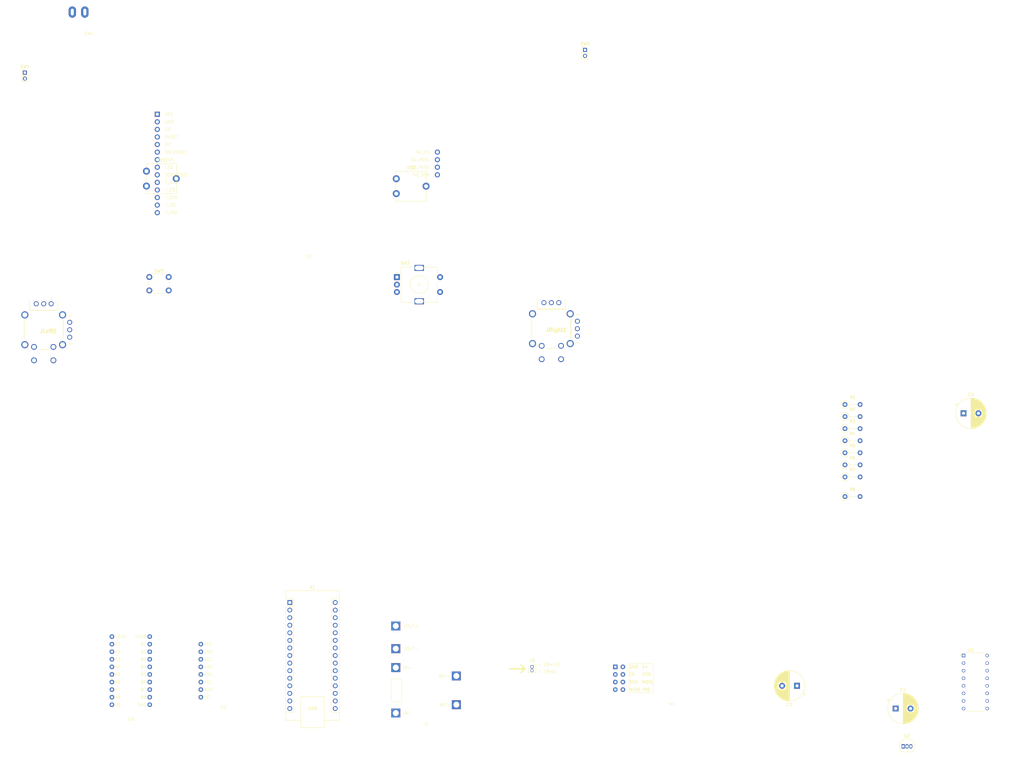
<source format=kicad_pcb>
(kicad_pcb (version 20221018) (generator pcbnew)
  (layers (0 "F.Cu" signal) (31 "B.Cu" signal) (34 "B.Paste" user) (35 "F.Paste" user) (36 "B.SilkS" user "B.Silkscreen") (37 "F.SilkS" user "F.Silkscreen") (38 "B.Mask" user) (39 "F.Mask" user) (44 "Edge.Cuts" user))
  (net 0 "")
  (net 4 "GND")
  (net 5 "/Joy Left Button (D2)")
  (net 6 "/Joy Right Button (D3)")
  (net 7 "/MOSI (D11)")
  (net 8 "/MISO (D12)")
  (net 9 "/SCK (D13)")
  (net 12 "/Joy Left X (A0)")
  (net 13 "/Joy Left Y (A1)")
  (net 14 "/Joy Right X (A2)")
  (net 15 "/Joy Right Y (A3)")
  (net 16 "/Gyro Y (A4 SDA)")
  (net 17 "/Gyro X (A5 SCL)")
  (net 18 "/Pot Left (A6)")
  (net 19 "/Pot Right (A7)")
  (net 20 "/5v")
  (net 23 "/3.3v")
  (net 24 "Net-(S2-SDI(MOSI))")
  (net 25 "Net-(S2-SDO(MISO))")
  (net 26 "Net-(S2-SCK)")
  (net 27 "Net-(S2-CS)")
  (net 28 "Net-(S2-DC)")
  (net 29 "Net-(S2-T_CS)")
  (net 30 "Net-(S2-RESET)")
  (net 40 "Net-(J1-BAT+)")
  (net 58 "Net-(J1-BAT-)")
  (net 59 "Net-(J2-Pin_1)")
  (net 60 "/Shift Register Q7 (D2)")
  (net 61 "/Shift Register PL (D3)")
  (net 62 "/Shift Register CP (D4)")
  (net 63 "/NRF CSN (D5)")
  (net 64 "/NRF CE (D6)")
  (net 65 "/TFT CS (D7)")
  (net 66 "/TFT DC (D8)")
  (net 67 "/Touch Screen CS (D9)")
  (net 68 "/TFT Reset (D10)")
  (net 69 "Net-(U1-D0)")
  (net 70 "Net-(U1-D2)")
  (net 71 "Net-(U1-D1)")
  (net 72 "Net-(U1-D7)")
  (net 73 "Net-(U1-D6)")
  (net 74 "Net-(U1-D5)")
  (footprint "AddedFootprints:DIP794W45P254L1969H508Q16" (layer "F.Cu") (at 374.81 247.65)
    (fp_text reference "U1" (at -1.425 -10.835) (layer "F.SilkS"))
    (fp_text value "SN74HC165N")
    (pad "1" thru_hole rect (at -3.97 -8.89) (size 1.13 1.13) (drill 0.78) (layers "*.Cu" "*.Mask") (net 61 "/Shift Register PL (D3)"))
    (pad "2" thru_hole circle (at -3.97 -6.35) (size 1.13 1.13) (drill 0.78) (layers "*.Cu" "*.Mask") (net 62 "/Shift Register CP (D4)"))
    (pad "3" thru_hole circle (at -3.97 -3.81) (size 1.13 1.13) (drill 0.78) (layers "*.Cu" "*.Mask") (net 6 "/Joy Right Button (D3)"))
    (pad "4" thru_hole circle (at -3.97 -1.27) (size 1.13 1.13) (drill 0.78) (layers "*.Cu" "*.Mask") (net 74 "Net-(U1-D5)"))
    (pad "5" thru_hole circle (at -3.97 1.27) (size 1.13 1.13) (drill 0.78) (layers "*.Cu" "*.Mask") (net 73 "Net-(U1-D6)"))
    (pad "6" thru_hole circle (at -3.97 3.81) (size 1.13 1.13) (drill 0.78) (layers "*.Cu" "*.Mask") (net 72 "Net-(U1-D7)"))
    (pad "7" thru_hole circle (at -3.97 6.35) (size 1.13 1.13) (drill 0.78) (layers "*.Cu" "*.Mask"))
    (pad "8" thru_hole circle (at -3.97 8.89) (size 1.13 1.13) (drill 0.78) (layers "*.Cu" "*.Mask") (net 4 "GND"))
    (pad "9" thru_hole circle (at 3.97 8.89) (size 1.13 1.13) (drill 0.78) (layers "*.Cu" "*.Mask") (net 60 "/Shift Register Q7 (D2)"))
    (pad "10" thru_hole circle (at 3.97 6.35) (size 1.13 1.13) (drill 0.78) (layers "*.Cu" "*.Mask") (net 4 "GND"))
    (pad "11" thru_hole circle (at 3.97 3.81) (size 1.13 1.13) (drill 0.78) (layers "*.Cu" "*.Mask") (net 69 "Net-(U1-D0)"))
    (pad "12" thru_hole circle (at 3.97 1.27) (size 1.13 1.13) (drill 0.78) (layers "*.Cu" "*.Mask") (net 71 "Net-(U1-D1)"))
    (pad "13" thru_hole circle (at 3.97 -1.27) (size 1.13 1.13) (drill 0.78) (layers "*.Cu" "*.Mask") (net 70 "Net-(U1-D2)"))
    (pad "14" thru_hole circle (at 3.97 -3.81) (size 1.13 1.13) (drill 0.78) (layers "*.Cu" "*.Mask") (net 5 "/Joy Left Button (D2)"))
    (pad "15" thru_hole circle (at 3.97 -6.35) (size 1.13 1.13) (drill 0.78) (layers "*.Cu" "*.Mask") (net 4 "GND"))
    (pad "16" thru_hole circle (at 3.97 -8.89) (size 1.13 1.13) (drill 0.78) (layers "*.Cu" "*.Mask") (net 20 "/5v"))
  )
  (footprint "Capacitor_THT:CP_Radial_D10.0mm_P5.00mm" (layer "F.Cu") (at 370.84 157.48)
    (fp_text reference "C3" (at 2.5 -6.25) (layer "F.SilkS"))
    (fp_text value "C 0.1u")
    (pad "1" thru_hole rect (at 0 0) (size 2 2) (drill 1) (layers "*.Cu" "*.Mask") (net 20 "/5v"))
    (pad "2" thru_hole circle (at 5 0) (size 2 2) (drill 1) (layers "*.Cu" "*.Mask") (net 4 "GND"))
  )
  (footprint "Resistor_THT:R_Axial_DIN0207_L6.3mm_D2.5mm_P5.08mm_Vertical" (layer "F.Cu") (at 331.06 178.84)
    (fp_text reference "R7" (at 2.54 -2.37) (layer "F.SilkS"))
    (fp_text value "R 10k")
    (pad "1" thru_hole circle (at 0 0) (size 1.6 1.6) (drill 0.8) (layers "*.Cu" "*.Mask") (net 4 "GND"))
    (pad "2" thru_hole oval (at 5.08 0) (size 1.6 1.6) (drill 0.8) (layers "*.Cu" "*.Mask") (net 6 "/Joy Right Button (D3)"))
  )
  (footprint "AddedFootprints:HW-221 Level Shifter" (layer "F.Cu") (at 85.09 232.41)
    (fp_text reference "U3" (at 6.35 27.71 unlocked) (layer "F.SilkS") (effects (font (thickness 0.1))))
    (fp_text value "Level Shifter TXS0108EPW")
    (fp_text user "B2" (at 11.684 5.08 unlocked) (layer "F.SilkS") (effects (font (thickness 0.1)) (justify right)))
    (fp_text user "A2" (at 1.016 5.08 unlocked) (layer "F.SilkS") (effects (font (thickness 0.1)) (justify left)))
    (fp_text user "B4" (at 11.684 10.16 unlocked) (layer "F.SilkS") (effects (font (thickness 0.1)) (justify right)))
    (fp_text user "A1" (at 1.016 2.54 unlocked) (layer "F.SilkS") (effects (font (thickness 0.1)) (justify left)))
    (fp_text user "B1" (at 11.684 2.54 unlocked) (layer "F.SilkS") (effects (font (thickness 0.1)) (justify right)))
    (fp_text user "A7" (at 1.016 17.78 unlocked) (layer "F.SilkS") (effects (font (thickness 0.1)) (justify left)))
    (fp_text user "A5" (at 1.016 12.7 unlocked) (layer "F.SilkS") (effects (font (thickness 0.1)) (justify left)))
    (fp_text user "B8" (at 11.684 20.32 unlocked) (layer "F.SilkS") (effects (font (thickness 0.1)) (justify right)))
    (fp_text user "VCCB" (at 11.684 0 unlocked) (layer "F.SilkS") (effects (font (thickness 0.1)) (justify right)))
    (fp_text user "B6" (at 11.684 15.24 unlocked) (layer "F.SilkS") (effects (font (thickness 0.1)) (justify right)))
    (fp_text user "GND" (at 11.684 22.86 unlocked) (layer "F.SilkS") (effects (font (thickness 0.1)) (justify right)))
    (fp_text user "A3" (at 1.016 7.62 unlocked) (layer "F.SilkS") (effects (font (thickness 0.1)) (justify left)))
    (fp_text user "A4" (at 1.016 10.16 unlocked) (layer "F.SilkS") (effects (font (thickness 0.1)) (justify left)))
    (fp_text user "B7" (at 11.684 17.78 unlocked) (layer "F.SilkS") (effects (font (thickness 0.1)) (justify right)))
    (fp_text user "A8" (at 1.016 20.32 unlocked) (layer "F.SilkS") (effects (font (thickness 0.1)) (justify left)))
    (fp_text user "VCCA" (at 1.016 0 unlocked) (layer "F.SilkS") (effects (font (thickness 0.1)) (justify left)))
    (fp_text user "B3" (at 11.684 7.62 unlocked) (layer "F.SilkS") (effects (font (thickness 0.1)) (justify right)))
    (fp_text user "A6" (at 1.016 15.24 unlocked) (layer "F.SilkS") (effects (font (thickness 0.1)) (justify left)))
    (fp_text user "B5" (at 11.684 12.7 unlocked) (layer "F.SilkS") (effects (font (thickness 0.1)) (justify right)))
    (fp_text user "OE" (at 1.016 22.86 unlocked) (layer "F.SilkS") (effects (font (thickness 0.1)) (justify left)))
    (pad "1" thru_hole circle (at 0 0) (size 1.524 1.524) (drill 0.762) (layers "*.Cu" "*.Mask") (net 23 "/3.3v"))
    (pad "2" thru_hole circle (at 0 2.54) (size 1.524 1.524) (drill 0.762) (layers "*.Cu" "*.Mask") (net 24 "Net-(S2-SDI(MOSI))"))
    (pad "3" thru_hole circle (at 0 5.08) (size 1.524 1.524) (drill 0.762) (layers "*.Cu" "*.Mask") (net 25 "Net-(S2-SDO(MISO))"))
    (pad "4" thru_hole circle (at 0 7.62) (size 1.524 1.524) (drill 0.762) (layers "*.Cu" "*.Mask") (net 26 "Net-(S2-SCK)"))
    (pad "5" thru_hole circle (at 0 10.16) (size 1.524 1.524) (drill 0.762) (layers "*.Cu" "*.Mask") (net 27 "Net-(S2-CS)"))
    (pad "6" thru_hole circle (at 0 12.7) (size 1.524 1.524) (drill 0.762) (layers "*.Cu" "*.Mask") (net 28 "Net-(S2-DC)"))
    (pad "7" thru_hole circle (at 0 15.24) (size 1.524 1.524) (drill 0.762) (layers "*.Cu" "*.Mask") (net 29 "Net-(S2-T_CS)"))
    (pad "8" thru_hole circle (at 0 17.78) (size 1.524 1.524) (drill 0.762) (layers "*.Cu" "*.Mask") (net 30 "Net-(S2-RESET)"))
    (pad "9" thru_hole circle (at 0 20.32) (size 1.524 1.524) (drill 0.762) (layers "*.Cu" "*.Mask"))
    (pad "10" thru_hole circle (at 0 22.86) (size 1.524 1.524) (drill 0.762) (layers "*.Cu" "*.Mask") (net 23 "/3.3v"))
    (pad "11" thru_hole circle (at 12.7 22.86) (size 1.524 1.524) (drill 0.762) (layers "*.Cu" "*.Mask") (net 4 "GND"))
    (pad "12" thru_hole circle (at 12.7 20.32) (size 1.524 1.524) (drill 0.762) (layers "*.Cu" "*.Mask"))
    (pad "13" thru_hole circle (at 12.7 17.78) (size 1.524 1.524) (drill 0.762) (layers "*.Cu" "*.Mask") (net 68 "/TFT Reset (D10)"))
    (pad "14" thru_hole circle (at 12.7 15.24) (size 1.524 1.524) (drill 0.762) (layers "*.Cu" "*.Mask") (net 67 "/Touch Screen CS (D9)"))
    (pad "15" thru_hole circle (at 12.7 12.7) (size 1.524 1.524) (drill 0.762) (layers "*.Cu" "*.Mask") (net 66 "/TFT DC (D8)"))
    (pad "16" thru_hole circle (at 12.7 10.16) (size 1.524 1.524) (drill 0.762) (layers "*.Cu" "*.Mask") (net 65 "/TFT CS (D7)"))
    (pad "17" thru_hole circle (at 12.7 7.62) (size 1.524 1.524) (drill 0.762) (layers "*.Cu" "*.Mask") (net 9 "/SCK (D13)"))
    (pad "18" thru_hole circle (at 12.7 5.08) (size 1.524 1.524) (drill 0.762) (layers "*.Cu" "*.Mask") (net 8 "/MISO (D12)"))
    (pad "19" thru_hole circle (at 12.7 2.54) (size 1.524 1.524) (drill 0.762) (layers "*.Cu" "*.Mask") (net 7 "/MOSI (D11)"))
    (pad "20" thru_hole circle (at 12.7 0) (size 1.524 1.524) (drill 0.762) (layers "*.Cu" "*.Mask") (net 20 "/5v"))
  )
  (footprint "AddedFootprints:J5019 Charger" (layer "F.Cu") (at 180.34 228.844)
    (fp_text reference "J1" (at 10.16 33.02 unlocked) (layer "F.SilkS") (effects (font (thickness 0.1))))
    (fp_text value "J5019 Charger")
    (fp_text user "BAT-" (at 18.556416 26.483583 unlocked) (layer "F.SilkS") (effects (font (thickness 0.1)) (justify right)))
    (fp_text user "IN-" (at 2.464624 29.255375 unlocked) (layer "F.SilkS") (effects (font (thickness 0.1)) (justify left)))
    (fp_text user "VOUT+" (at 2.54 0 unlocked) (layer "F.SilkS") (effects (font (thickness 0.1)) (justify left)))
    (fp_text user "BAT+" (at 18.325433 16.782312 unlocked) (layer "F.SilkS") (effects (font (thickness 0.1)) (justify right)))
    (fp_text user "VOUT-" (at 2.54 7.62 unlocked) (layer "F.SilkS") (effects (font (thickness 0.1)) (justify left)))
    (fp_text user "IN+" (at 2.38763 14.01052 unlocked) (layer "F.SilkS") (effects (font (thickness 0.1)) (justify left)))
    (pad "1" thru_hole rect (at 0 0) (size 3 3) (drill 2) (layers "*.Cu" "*.Mask") (net 20 "/5v"))
    (pad "2" thru_hole rect (at 0 7.62) (size 3 3) (drill 2) (layers "*.Cu" "*.Mask") (net 4 "GND"))
    (pad "3" thru_hole rect (at 0 13.97) (size 3 3) (drill 2) (layers "*.Cu" "*.Mask"))
    (pad "4" thru_hole rect (at 0 29.21) (size 3 3) (drill 2) (layers "*.Cu" "*.Mask"))
    (pad "5" thru_hole rect (at 20.32 26.416) (size 3 3) (drill 2) (layers "*.Cu" "*.Mask") (net 40 "Net-(J1-BAT+)"))
    (pad "6" thru_hole rect (at 20.32 16.764) (size 3 3) (drill 2) (layers "*.Cu" "*.Mask") (net 58 "Net-(J1-BAT-)"))
  )
  (footprint "AddedFootprints:THB001P" (layer "F.Cu") (at 64.705 120.73)
    (fp_text reference "JLeft1" (at -0.937 9.175) (layer "F.SilkS") (effects (font (size 1.27 1.27) (thickness 0.254))))
    (fp_text value "THB001P Joy Left" hide)
    (pad "1" thru_hole circle (at 0 0) (size 1.65 1.65) (drill 1.1) (layers "*.Cu" "*.Mask") (net 20 "/5v"))
    (pad "2" thru_hole circle (at -2.5 0) (size 1.65 1.65) (drill 1.1) (layers "*.Cu" "*.Mask") (net 12 "/Joy Left X (A0)"))
    (pad "3" thru_hole circle (at -5 0) (size 1.65 1.65) (drill 1.1) (layers "*.Cu" "*.Mask") (net 4 "GND"))
    (pad "11" thru_hole circle (at 6.23 11.23) (size 1.65 1.65) (drill 1.1) (layers "*.Cu" "*.Mask") (net 20 "/5v"))
    (pad "12" thru_hole circle (at 6.23 8.73) (size 1.65 1.65) (drill 1.1) (layers "*.Cu" "*.Mask") (net 13 "/Joy Left Y (A1)"))
    (pad "13" thru_hole circle (at 6.23 6.23) (size 1.65 1.65) (drill 1.1) (layers "*.Cu" "*.Mask") (net 4 "GND"))
    (pad "A1" thru_hole circle (at -5.75 14.48) (size 1.95 1.95) (drill 1.3) (layers "*.Cu" "*.Mask") (net 5 "/Joy Left Button (D2)"))
    (pad "B1" thru_hole circle (at 0.75 14.48) (size 1.95 1.95) (drill 1.3) (layers "*.Cu" "*.Mask"))
    (pad "C1" thru_hole circle (at -5.75 18.98) (size 1.95 1.95) (drill 1.3) (layers "*.Cu" "*.Mask") (net 4 "GND"))
    (pad "D1" thru_hole circle (at 0.75 18.98) (size 1.95 1.95) (drill 1.3) (layers "*.Cu" "*.Mask"))
    (pad "MH1" thru_hole circle (at 3.825 3.73) (size 2.4 2.4) (drill 1.6) (layers "*.Cu" "*.Mask"))
    (pad "MH2" thru_hole circle (at -8.825 3.73) (size 2.4 2.4) (drill 1.6) (layers "*.Cu" "*.Mask"))
    (pad "MH3" thru_hole circle (at -8.825 13.73) (size 2.4 2.4) (drill 1.6) (layers "*.Cu" "*.Mask"))
    (pad "MH4" thru_hole circle (at 3.825 13.73) (size 2.4 2.4) (drill 1.6) (layers "*.Cu" "*.Mask"))
  )
  (footprint "Resistor_THT:R_Axial_DIN0207_L6.3mm_D2.5mm_P5.08mm_Vertical" (layer "F.Cu") (at 331.06 162.64)
    (fp_text reference "R3" (at 2.54 -2.37) (layer "F.SilkS"))
    (fp_text value "R 10k")
    (pad "1" thru_hole circle (at 0 0) (size 1.6 1.6) (drill 0.8) (layers "*.Cu" "*.Mask") (net 20 "/5v"))
    (pad "2" thru_hole oval (at 5.08 0) (size 1.6 1.6) (drill 0.8) (layers "*.Cu" "*.Mask") (net 71 "Net-(U1-D1)"))
  )
  (footprint "Capacitor_THT:CP_Radial_D10.0mm_P5.00mm" (layer "F.Cu") (at 314.96 248.92 180)
    (fp_text reference "C1" (at 2.5 -6.25) (layer "F.SilkS"))
    (fp_text value "C 10uf")
    (pad "1" thru_hole rect (at 0 0 180) (size 2 2) (drill 1) (layers "*.Cu" "*.Mask") (net 23 "/3.3v"))
    (pad "2" thru_hole circle (at 5 0 180) (size 2 2) (drill 1) (layers "*.Cu" "*.Mask") (net 4 "GND"))
  )
  (footprint "Potentiometer_THT:Potentiometer_ACP_CA9-V10_Vertical" (layer "F.Cu") (at 180.5 83.78)
    (fp_text reference "RV2" (at 5 -8.65) (layer "F.SilkS"))
    (fp_text value "R_Potentiometer")
    (pad "1" thru_hole circle (at 0 0) (size 2.34 2.34) (drill 1.3) (layers "*.Cu" "*.Mask") (net 4 "GND"))
    (pad "2" thru_hole circle (at 10 -2.5) (size 2.34 2.34) (drill 1.3) (layers "*.Cu" "*.Mask") (net 18 "/Pot Left (A6)"))
    (pad "3" thru_hole circle (at 0 -5) (size 2.34 2.34) (drill 1.3) (layers "*.Cu" "*.Mask") (net 20 "/5v"))
  )
  (footprint "Resistor_THT:R_Axial_DIN0207_L6.3mm_D2.5mm_P5.08mm_Vertical" (layer "F.Cu") (at 331.06 154.54)
    (fp_text reference "R1" (at 2.54 -2.37) (layer "F.SilkS"))
    (fp_text value "R 10k")
    (pad "1" thru_hole circle (at 0 0) (size 1.6 1.6) (drill 0.8) (layers "*.Cu" "*.Mask") (net 69 "Net-(U1-D0)"))
    (pad "2" thru_hole oval (at 5.08 0) (size 1.6 1.6) (drill 0.8) (layers "*.Cu" "*.Mask") (net 4 "GND"))
  )
  (footprint "AddedFootprints:MPU6050 Gyroscope" (layer "F.Cu") (at 114.935 234.95)
    (fp_text reference "G1" (at 7.62 21.13 unlocked) (layer "F.SilkS") (effects (font (thickness 0.1))))
    (fp_text value "MPU6050 Gyroscope")
    (fp_text user "SDA" (at 1.016 7.62 unlocked) (layer "F.SilkS") (effects (font (thickness 0.1)) (justify left)))
    (fp_text user "XDA" (at 1.016 10.16 unlocked) (layer "F.SilkS") (effects (font (thickness 0.1)) (justify left)))
    (fp_text user "INT" (at 1.016 17.78 unlocked) (layer "F.SilkS") (effects (font (thickness 0.1)) (justify left)))
    (fp_text user "SCL" (at 1.016 5.08 unlocked) (layer "F.SilkS") (effects (font (thickness 0.1)) (justify left)))
    (fp_text user "ADO" (at 1.016 15.24 unlocked) (layer "F.SilkS") (effects (font (thickness 0.1)) (justify left)))
    (fp_text user "VCC" (at 1.016 0 unlocked) (layer "F.SilkS") (effects (font (thickness 0.1)) (justify left)))
    (fp_text user "GND" (at 1.016 2.54 unlocked) (layer "F.SilkS") (effects (font (thickness 0.1)) (justify left)))
    (fp_text user "XCL" (at 1.016 12.7 unlocked) (layer "F.SilkS") (effects (font (thickness 0.1)) (justify left)))
    (pad "1" thru_hole circle (at 0 0) (size 1.524 1.524) (drill 0.762) (layers "*.Cu" "*.Mask") (net 20 "/5v"))
    (pad "2" thru_hole circle (at 0 2.54) (size 1.524 1.524) (drill 0.762) (layers "*.Cu" "*.Mask") (net 4 "GND"))
    (pad "3" thru_hole circle (at 0 5.08) (size 1.524 1.524) (drill 0.762) (layers "*.Cu" "*.Mask") (net 17 "/Gyro X (A5 SCL)"))
    (pad "4" thru_hole circle (at 0 7.62) (size 1.524 1.524) (drill 0.762) (layers "*.Cu" "*.Mask") (net 16 "/Gyro Y (A4 SDA)"))
    (pad "5" thru_hole circle (at 0 10.16) (size 1.524 1.524) (drill 0.762) (layers "*.Cu" "*.Mask"))
    (pad "6" thru_hole circle (at 0 12.7) (size 1.524 1.524) (drill 0.762) (layers "*.Cu" "*.Mask"))
    (pad "7" thru_hole circle (at 0 15.24) (size 1.524 1.524) (drill 0.762) (layers "*.Cu" "*.Mask"))
    (pad "8" thru_hole circle (at 0 17.78) (size 1.524 1.524) (drill 0.762) (layers "*.Cu" "*.Mask"))
  )
  (footprint "Package_TO_SOT_THT:TO-92_Inline" (layer "F.Cu") (at 350.6 269.24)
    (fp_text reference "U2" (at 1.27 -3.56) (layer "F.SilkS"))
    (fp_text value "HT7333-3.3_TO92")
    (pad "1" thru_hole rect (at 0 0) (size 1.05 1.5) (drill 0.75) (layers "*.Cu" "*.Mask") (net 23 "/3.3v"))
    (pad "2" thru_hole oval (at 1.27 0) (size 1.05 1.5) (drill 0.75) (layers "*.Cu" "*.Mask") (net 4 "GND"))
    (pad "3" thru_hole oval (at 2.54 0) (size 1.05 1.5) (drill 0.75) (layers "*.Cu" "*.Mask") (net 20 "/5v"))
  )
  (footprint "Capacitor_THT:CP_Radial_D10.0mm_P5.00mm" (layer "F.Cu") (at 348.06 256.54)
    (fp_text reference "C2" (at 2.5 -6.25) (layer "F.SilkS"))
    (fp_text value "C 10uf")
    (pad "1" thru_hole rect (at 0 0) (size 2 2) (drill 1) (layers "*.Cu" "*.Mask") (net 23 "/3.3v"))
    (pad "2" thru_hole circle (at 5 0) (size 2 2) (drill 1) (layers "*.Cu" "*.Mask") (net 4 "GND"))
  )
  (footprint "AddedFootprints:3.5 Inch Screen SPI_Module_ILI9488" (layer "F.Cu") (at 100.32 57.15)
    (fp_text reference "S2" (at 50.8 47.8 unlocked) (layer "F.SilkS") (effects (font (thickness 0.1))))
    (fp_text value "Screen ILI9341")
    (fp_text user "SD_CS" (at 91.44 12.7 unlocked) (layer "F.SilkS") (effects (font (thickness 0.1)) (justify right)))
    (fp_text user "LED" (at 2.54 17.78 unlocked) (layer "F.SilkS") (effects (font (thickness 0.1)) (justify left)))
    (fp_text user "SDO(MISO)" (at 2.54 20.32 unlocked) (layer "F.SilkS") (effects (font (thickness 0.1)) (justify left)))
    (fp_text user "T_CLK" (at 2.54 22.86 unlocked) (layer "F.SilkS") (effects (font (thickness 0.1)) (justify left)))
    (fp_text user "T_DO" (at 2.54 30.48 unlocked) (layer "F.SilkS") (effects (font (thickness 0.1)) (justify left)))
    (fp_text user "SDI(MOSI)" (at 2.54 12.7 unlocked) (layer "F.SilkS") (effects (font (thickness 0.1)) (justify left)))
    (fp_text user "SD_MISO" (at 91.44 17.78 unlocked) (layer "F.SilkS") (effects (font (thickness 0.1)) (justify right)))
    (fp_text user "SD_SCK" (at 91.44 20.32 unlocked) (layer "F.SilkS") (effects (font (thickness 0.1)) (justify right)))
    (fp_text user "VCC" (at 2.54 0 unlocked) (layer "F.SilkS") (effects (font (thickness 0.1)) (justify left)))
    (fp_text user "SCK" (at 2.54 15.24 unlocked) (layer "F.SilkS") (effects (font (thickness 0.1)) (justify left)))
    (fp_text user "DC" (at 2.54 10.16 unlocked) (layer "F.SilkS") (effects (font (thickness 0.1)) (justify left)))
    (fp_text user "CS" (at 2.54 5.08 unlocked) (layer "F.SilkS") (effects (font (thickness 0.1)) (justify left)))
    (fp_text user "T_DIN" (at 2.54 27.94 unlocked) (layer "F.SilkS") (effects (font (thickness 0.1)) (justify left)))
    (fp_text user "T_IRQ" (at 2.54 33.02 unlocked) (layer "F.SilkS") (effects (font (thickness 0.1)) (justify left)))
    (fp_text user "RESET" (at 2.54 7.62 unlocked) (layer "F.SilkS") (effects (font (thickness 0.1)) (justify left)))
    (fp_text user "SD_MOSI" (at 91.44 15.24 unlocked) (layer "F.SilkS") (effects (font (thickness 0.1)) (justify right)))
    (fp_text user "GND" (at 2.54 2.54 unlocked) (layer "F.SilkS") (effects (font (thickness 0.1)) (justify left)))
    (fp_text user "T_CS" (at 2.54 25.4 unlocked) (layer "F.SilkS") (effects (font (thickness 0.1)) (justify left)))
    (pad "1" thru_hole rect (at 0 0) (size 1.7 1.7) (drill 1) (layers "*.Cu" "*.Mask") (net 20 "/5v"))
    (pad "2" thru_hole circle (at 0 2.54) (size 1.7 1.7) (drill 1) (layers "*.Cu" "*.Mask") (net 4 "GND"))
    (pad "3" thru_hole circle (at 0 5.08) (size 1.7 1.7) (drill 1) (layers "*.Cu" "*.Mask") (net 27 "Net-(S2-CS)"))
    (pad "4" thru_hole circle (at 0 7.62) (size 1.7 1.7) (drill 1) (layers "*.Cu" "*.Mask") (net 30 "Net-(S2-RESET)"))
    (pad "5" thru_hole circle (at 0 10.16) (size 1.7 1.7) (drill 1) (layers "*.Cu" "*.Mask") (net 28 "Net-(S2-DC)"))
    (pad "6" thru_hole circle (at 0 12.7) (size 1.7 1.7) (drill 1) (layers "*.Cu" "*.Mask") (net 24 "Net-(S2-SDI(MOSI))"))
    (pad "7" thru_hole circle (at 0 15.24) (size 1.7 1.7) (drill 1) (layers "*.Cu" "*.Mask") (net 26 "Net-(S2-SCK)"))
    (pad "8" thru_hole circle (at 0 17.78) (size 1.7 1.7) (drill 1) (layers "*.Cu" "*.Mask") (net 20 "/5v"))
    (pad "9" thru_hole circle (at 0 20.32) (size 1.7 1.7) (drill 1) (layers "*.Cu" "*.Mask") (net 25 "Net-(S2-SDO(MISO))"))
    (pad "10" thru_hole circle (at 0 22.86) (size 1.7 1.7) (drill 1) (layers "*.Cu" "*.Mask") (net 26 "Net-(S2-SCK)"))
    (pad "11" thru_hole circle (at 0 25.4) (size 1.7 1.7) (drill 1) (layers "*.Cu" "*.Mask") (net 29 "Net-(S2-T_CS)"))
    (pad "12" thru_hole circle (at 0 27.94) (size 1.7 1.7) (drill 1) (layers "*.Cu" "*.Mask") (net 24 "Net-(S2-SDI(MOSI))"))
    (pad "13" thru_hole circle (at 0 30.48) (size 1.7 1.7) (drill 1) (layers "*.Cu" "*.Mask") (net 25 "Net-(S2-SDO(MISO))"))
    (pad "14" thru_hole circle (at 0 33.02) (size 1.7 1.7) (drill 1) (layers "*.Cu" "*.Mask"))
    (pad "15" thru_hole circle (at 93.98 12.7) (size 1.7 1.7) (drill 1) (layers "*.Cu" "*.Mask"))
    (pad "16" thru_hole circle (at 93.98 15.24) (size 1.7 1.7) (drill 1) (layers "*.Cu" "*.Mask"))
    (pad "17" thru_hole circle (at 93.98 17.78) (size 1.7 1.7) (drill 1) (layers "*.Cu" "*.Mask"))
    (pad "18" thru_hole circle (at 93.98 20.32) (size 1.7 1.7) (drill 1) (layers "*.Cu" "*.Mask"))
  )
  (footprint "Connector_PinHeader_2.00mm:PinHeader_1x02_P2.00mm_Vertical" (layer "F.Cu") (at 243.84 35.56)
    (fp_text reference "SW5" (at 0 -2.06) (layer "F.SilkS"))
    (fp_text value "SW_Push Right Bumper")
    (pad "1" thru_hole rect (at 0 0) (size 1.35 1.35) (drill 0.8) (layers "*.Cu" "*.Mask") (net 20 "/5v"))
    (pad "2" thru_hole oval (at 0 2) (size 1.35 1.35) (drill 0.8) (layers "*.Cu" "*.Mask") (net 72 "Net-(U1-D7)"))
  )
  (footprint "Rotary_Encoder:RotaryEncoder_Alps_EC11E-Switch_Vertical_H20mm" (layer "F.Cu") (at 180.71 111.8)
    (fp_text reference "SW2" (at 2.8 -4.7) (layer "F.SilkS"))
    (fp_text value "RotaryEncoder_Switch")
    (pad "A" thru_hole rect (at 0 0) (size 2 2) (drill 1) (layers "*.Cu" "*.Mask") (net 70 "Net-(U1-D2)"))
    (pad "B" thru_hole circle (at 0 5) (size 2 2) (drill 1) (layers "*.Cu" "*.Mask") (net 71 "Net-(U1-D1)"))
    (pad "C" thru_hole circle (at 0 2.5) (size 2 2) (drill 1) (layers "*.Cu" "*.Mask") (net 4 "GND"))
    (pad "MP" thru_hole rect (at 7.5 -3.1) (size 3.2 2) (drill oval 2.8 1.5) (layers "*.Cu" "*.Mask"))
    (pad "MP" thru_hole rect (at 7.5 8.1) (size 3.2 2) (drill oval 2.8 1.5) (layers "*.Cu" "*.Mask"))
    (pad "S1" thru_hole circle (at 14.5 5) (size 2 2) (drill 1) (layers "*.Cu" "*.Mask") (net 69 "Net-(U1-D0)"))
    (pad "S2" thru_hole circle (at 14.5 0) (size 2 2) (drill 1) (layers "*.Cu" "*.Mask") (net 20 "/5v"))
  )
  (footprint "AddedFootprints:SPST Mini Toggle Switch 2 Pin 2 Position" (layer "F.Cu") (at 69.8 22.86)
    (fp_text reference "SW1" (at 7.62 7.16 unlocked) (layer "F.SilkS") (effects (font (thickness 0.1))))
    (fp_text value "SW_DIP_x01")
    (pad "1" thru_hole roundrect (at 2 0 90) (size 3.8 2.5) (drill oval 2.3 1) (layers "*.Cu" "*.Mask") (roundrect_rratio 0.5) (net 40 "Net-(J1-BAT+)"))
    (pad "2" thru_hole roundrect (at 6.2 0 90) (size 3.8 2.5) (drill oval 2.3 1) (layers "*.Cu" "*.Mask") (roundrect_rratio 0.5) (net 59 "Net-(J2-Pin_1)"))
  )
  (footprint "AddedFootprints:THB001P" (layer "F.Cu") (at 235.0425 120.365)
    (fp_text reference "JRight1" (at -0.937 9.175) (layer "F.SilkS") (effects (font (size 1.27 1.27) (thickness 0.254))))
    (fp_text value "THB001P Joy Right" hide)
    (pad "1" thru_hole circle (at 0 0) (size 1.65 1.65) (drill 1.1) (layers "*.Cu" "*.Mask") (net 20 "/5v"))
    (pad "2" thru_hole circle (at -2.5 0) (size 1.65 1.65) (drill 1.1) (layers "*.Cu" "*.Mask") (net 14 "/Joy Right X (A2)"))
    (pad "3" thru_hole circle (at -5 0) (size 1.65 1.65) (drill 1.1) (layers "*.Cu" "*.Mask") (net 4 "GND"))
    (pad "11" thru_hole circle (at 6.23 11.23) (size 1.65 1.65) (drill 1.1) (layers "*.Cu" "*.Mask") (net 20 "/5v"))
    (pad "12" thru_hole circle (at 6.23 8.73) (size 1.65 1.65) (drill 1.1) (layers "*.Cu" "*.Mask") (net 15 "/Joy Right Y (A3)"))
    (pad "13" thru_hole circle (at 6.23 6.23) (size 1.65 1.65) (drill 1.1) (layers "*.Cu" "*.Mask") (net 4 "GND"))
    (pad "A1" thru_hole circle (at -5.75 14.48) (size 1.95 1.95) (drill 1.3) (layers "*.Cu" "*.Mask") (net 6 "/Joy Right Button (D3)"))
    (pad "B1" thru_hole circle (at 0.75 14.48) (size 1.95 1.95) (drill 1.3) (layers "*.Cu" "*.Mask"))
    (pad "C1" thru_hole circle (at -5.75 18.98) (size 1.95 1.95) (drill 1.3) (layers "*.Cu" "*.Mask") (net 4 "GND"))
    (pad "D1" thru_hole circle (at 0.75 18.98) (size 1.95 1.95) (drill 1.3) (layers "*.Cu" "*.Mask"))
    (pad "MH1" thru_hole circle (at 3.825 3.73) (size 2.4 2.4) (drill 1.6) (layers "*.Cu" "*.Mask"))
    (pad "MH2" thru_hole circle (at -8.825 3.73) (size 2.4 2.4) (drill 1.6) (layers "*.Cu" "*.Mask"))
    (pad "MH3" thru_hole circle (at -8.825 13.73) (size 2.4 2.4) (drill 1.6) (layers "*.Cu" "*.Mask"))
    (pad "MH4" thru_hole circle (at 3.825 13.73) (size 2.4 2.4) (drill 1.6) (layers "*.Cu" "*.Mask"))
  )
  (footprint "Resistor_THT:R_Axial_DIN0207_L6.3mm_D2.5mm_P5.08mm_Vertical" (layer "F.Cu") (at 331.06 174.79)
    (fp_text reference "R6" (at 2.54 -2.37) (layer "F.SilkS"))
    (fp_text value "R 10k")
    (pad "1" thru_hole circle (at 0 0) (size 1.6 1.6) (drill 0.8) (layers "*.Cu" "*.Mask") (net 4 "GND"))
    (pad "2" thru_hole oval (at 5.08 0) (size 1.6 1.6) (drill 0.8) (layers "*.Cu" "*.Mask") (net 74 "Net-(U1-D5)"))
  )
  (footprint "Button_Switch_THT:SW_PUSH_6mm" (layer "F.Cu") (at 97.64 111.76)
    (fp_text reference "SW3" (at 3.25 -2) (layer "F.SilkS"))
    (fp_text value "SW_Push_Dual UI Back Button")
    (pad "1" thru_hole circle (at 0 0 90) (size 2 2) (drill 1.1) (layers "*.Cu" "*.Mask") (net 20 "/5v"))
    (pad "1" thru_hole circle (at 6.5 0 90) (size 2 2) (drill 1.1) (layers "*.Cu" "*.Mask") (net 20 "/5v"))
    (pad "2" thru_hole circle (at 0 4.5 90) (size 2 2) (drill 1.1) (layers "*.Cu" "*.Mask") (net 74 "Net-(U1-D5)"))
    (pad "2" thru_hole circle (at 6.5 4.5 90) (size 2 2) (drill 1.1) (layers "*.Cu" "*.Mask") (net 74 "Net-(U1-D5)"))
  )
  (footprint "Resistor_THT:R_Axial_DIN0207_L6.3mm_D2.5mm_P5.08mm_Vertical" (layer "F.Cu") (at 331.06 170.74)
    (fp_text reference "R5" (at 2.54 -2.37) (layer "F.SilkS"))
    (fp_text value "R 10k")
    (pad "1" thru_hole circle (at 0 0) (size 1.6 1.6) (drill 0.8) (layers "*.Cu" "*.Mask") (net 4 "GND"))
    (pad "2" thru_hole oval (at 5.08 0) (size 1.6 1.6) (drill 0.8) (layers "*.Cu" "*.Mask") (net 73 "Net-(U1-D6)"))
  )
  (footprint "AddedFootprints:NRF24L01+ Antenna" (layer "F.Cu") (at 254 242.57)
    (fp_text reference "N1" (at 19.05 12.47 unlocked) (layer "F.SilkS") (effects (font (thickness 0.1))))
    (fp_text value "NRF24L01")
    (fp_text user "CSN" (at 8.89 2.54 unlocked) (layer "F.SilkS") (effects (justify left)))
    (fp_text user "MISO" (at 4.572 7.62 unlocked) (layer "F.SilkS") (effects (justify left)))
    (fp_text user "SCK" (at 4.572 5.08 unlocked) (layer "F.SilkS") (effects (justify left)))
    (fp_text user "V+" (at 8.89 0 unlocked) (layer "F.SilkS") (effects (justify left)))
    (fp_text user "IRQ" (at 8.89 7.62 unlocked) (layer "F.SilkS") (effects (justify left)))
    (fp_text user "MOSI" (at 8.89 5.08 unlocked) (layer "F.SilkS") (effects (justify left)))
    (fp_text user "CE" (at 4.572 2.54 unlocked) (layer "F.SilkS") (effects (justify left)))
    (fp_text user "GND" (at 4.572 0 unlocked) (layer "F.SilkS") (effects (justify left)))
    (pad "1" thru_hole circle (at 2.54 0) (size 1.524 1.524) (drill 0.762) (layers "*.Cu" "*.Mask") (net 23 "/3.3v"))
    (pad "2" thru_hole circle (at 2.54 2.54) (size 1.524 1.524) (drill 0.762) (layers "*.Cu" "*.Mask") (net 63 "/NRF CSN (D5)"))
    (pad "3" thru_hole circle (at 2.54 5.08) (size 1.524 1.524) (drill 0.762) (layers "*.Cu" "*.Mask") (net 7 "/MOSI (D11)"))
    (pad "4" thru_hole circle (at 2.54 7.62) (size 1.524 1.524) (drill 0.762) (layers "*.Cu" "*.Mask"))
    (pad "5" thru_hole circle (at 0 7.62) (size 1.524 1.524) (drill 0.762) (layers "*.Cu" "*.Mask") (net 8 "/MISO (D12)"))
    (pad "6" thru_hole circle (at 0 5.08) (size 1.524 1.524) (drill 0.762) (layers "*.Cu" "*.Mask") (net 9 "/SCK (D13)"))
    (pad "7" thru_hole circle (at 0 2.54) (size 1.524 1.524) (drill 0.762) (layers "*.Cu" "*.Mask") (net 64 "/NRF CE (D6)"))
    (pad "8" thru_hole rect (at 0 0) (size 1.524 1.524) (drill 0.762) (layers "*.Cu" "*.Mask") (net 4 "GND"))
  )
  (footprint "Potentiometer_THT:Potentiometer_ACP_CA9-V10_Vertical" (layer "F.Cu") (at 96.68 81.24)
    (fp_text reference "RV1" (at 5 -8.65) (layer "F.SilkS"))
    (fp_text value "R_Potentiometer")
    (pad "1" thru_hole circle (at 0 0) (size 2.34 2.34) (drill 1.3) (layers "*.Cu" "*.Mask") (net 4 "GND"))
    (pad "2" thru_hole circle (at 10 -2.5) (size 2.34 2.34) (drill 1.3) (layers "*.Cu" "*.Mask") (net 19 "/Pot Right (A7)"))
    (pad "3" thru_hole circle (at 0 -5) (size 2.34 2.34) (drill 1.3) (layers "*.Cu" "*.Mask") (net 20 "/5v"))
  )
  (footprint "Connector_PinHeader_2.00mm:PinHeader_1x02_P2.00mm_Vertical" (layer "F.Cu") (at 55.88 43.18)
    (fp_text reference "SW4" (at 0 -2.06) (layer "F.SilkS"))
    (fp_text value "SW_Push Left Bumper")
    (pad "1" thru_hole rect (at 0 0) (size 1.35 1.35) (drill 0.8) (layers "*.Cu" "*.Mask") (net 20 "/5v"))
    (pad "2" thru_hole oval (at 0 2) (size 1.35 1.35) (drill 0.8) (layers "*.Cu" "*.Mask") (net 73 "Net-(U1-D6)"))
  )
  (footprint "Resistor_THT:R_Axial_DIN0207_L6.3mm_D2.5mm_P5.08mm_Vertical" (layer "F.Cu") (at 331.06 185.42)
    (fp_text reference "R8" (at 2.54 -2.37) (layer "F.SilkS"))
    (fp_text value "R 10k")
    (pad "1" thru_hole circle (at 0 0) (size 1.6 1.6) (drill 0.8) (layers "*.Cu" "*.Mask") (net 4 "GND"))
    (pad "2" thru_hole oval (at 5.08 0) (size 1.6 1.6) (drill 0.8) (layers "*.Cu" "*.Mask") (net 5 "/Joy Left Button (D2)"))
  )
  (footprint "Module:Arduino_Nano" (layer "F.Cu") (at 144.78 220.98)
    (fp_text reference "A1" (at 7.62 -5.08) (layer "F.SilkS"))
    (fp_text value "Arduino_Nano_v2.x")
    (fp_text user "USB" (at 7.62 35.56 unlocked) (layer "F.SilkS"))
    (pad "1" thru_hole rect (at 0 0) (size 1.6 1.6) (drill 1) (layers "*.Cu" "*.Mask"))
    (pad "2" thru_hole oval (at 0 2.54) (size 1.6 1.6) (drill 1) (layers "*.Cu" "*.Mask"))
    (pad "3" thru_hole oval (at 0 5.08) (size 1.6 1.6) (drill 1) (layers "*.Cu" "*.Mask"))
    (pad "4" thru_hole oval (at 0 7.62) (size 1.6 1.6) (drill 1) (layers "*.Cu" "*.Mask") (net 4 "GND"))
    (pad "5" thru_hole oval (at 0 10.16) (size 1.6 1.6) (drill 1) (layers "*.Cu" "*.Mask") (net 60 "/Shift Register Q7 (D2)"))
    (pad "6" thru_hole oval (at 0 12.7) (size 1.6 1.6) (drill 1) (layers "*.Cu" "*.Mask") (net 61 "/Shift Register PL (D3)"))
    (pad "7" thru_hole oval (at 0 15.24) (size 1.6 1.6) (drill 1) (layers "*.Cu" "*.Mask") (net 62 "/Shift Register CP (D4)"))
    (pad "8" thru_hole oval (at 0 17.78) (size 1.6 1.6) (drill 1) (layers "*.Cu" "*.Mask") (net 63 "/NRF CSN (D5)"))
    (pad "9" thru_hole oval (at 0 20.32) (size 1.6 1.6) (drill 1) (layers "*.Cu" "*.Mask") (net 64 "/NRF CE (D6)"))
    (pad "10" thru_hole oval (at 0 22.86) (size 1.6 1.6) (drill 1) (layers "*.Cu" "*.Mask") (net 65 "/TFT CS (D7)"))
    (pad "11" thru_hole oval (at 0 25.4) (size 1.6 1.6) (drill 1) (layers "*.Cu" "*.Mask") (net 66 "/TFT DC (D8)"))
    (pad "12" thru_hole oval (at 0 27.94) (size 1.6 1.6) (drill 1) (layers "*.Cu" "*.Mask") (net 67 "/Touch Screen CS (D9)"))
    (pad "13" thru_hole oval (at 0 30.48) (size 1.6 1.6) (drill 1) (layers "*.Cu" "*.Mask") (net 68 "/TFT Reset (D10)"))
    (pad "14" thru_hole oval (at 0 33.02) (size 1.6 1.6) (drill 1) (layers "*.Cu" "*.Mask") (net 7 "/MOSI (D11)"))
    (pad "15" thru_hole oval (at 0 35.56) (size 1.6 1.6) (drill 1) (layers "*.Cu" "*.Mask") (net 8 "/MISO (D12)"))
    (pad "16" thru_hole oval (at 15.24 35.56) (size 1.6 1.6) (drill 1) (layers "*.Cu" "*.Mask") (net 9 "/SCK (D13)"))
    (pad "17" thru_hole oval (at 15.24 33.02) (size 1.6 1.6) (drill 1) (layers "*.Cu" "*.Mask"))
    (pad "18" thru_hole oval (at 15.24 30.48) (size 1.6 1.6) (drill 1) (layers "*.Cu" "*.Mask"))
    (pad "19" thru_hole oval (at 15.24 27.94) (size 1.6 1.6) (drill 1) (layers "*.Cu" "*.Mask") (net 12 "/Joy Left X (A0)"))
    (pad "20" thru_hole oval (at 15.24 25.4) (size 1.6 1.6) (drill 1) (layers "*.Cu" "*.Mask") (net 13 "/Joy Left Y (A1)"))
    (pad "21" thru_hole oval (at 15.24 22.86) (size 1.6 1.6) (drill 1) (layers "*.Cu" "*.Mask") (net 14 "/Joy Right X (A2)"))
    (pad "22" thru_hole oval (at 15.24 20.32) (size 1.6 1.6) (drill 1) (layers "*.Cu" "*.Mask") (net 15 "/Joy Right Y (A3)"))
    (pad "23" thru_hole oval (at 15.24 17.78) (size 1.6 1.6) (drill 1) (layers "*.Cu" "*.Mask") (net 16 "/Gyro Y (A4 SDA)"))
    (pad "24" thru_hole oval (at 15.24 15.24) (size 1.6 1.6) (drill 1) (layers "*.Cu" "*.Mask") (net 17 "/Gyro X (A5 SCL)"))
    (pad "25" thru_hole oval (at 15.24 12.7) (size 1.6 1.6) (drill 1) (layers "*.Cu" "*.Mask") (net 18 "/Pot Left (A6)"))
    (pad "26" thru_hole oval (at 15.24 10.16) (size 1.6 1.6) (drill 1) (layers "*.Cu" "*.Mask") (net 19 "/Pot Right (A7)"))
    (pad "27" thru_hole oval (at 15.24 7.62) (size 1.6 1.6) (drill 1) (layers "*.Cu" "*.Mask") (net 20 "/5v"))
    (pad "28" thru_hole oval (at 15.24 5.08) (size 1.6 1.6) (drill 1) (layers "*.Cu" "*.Mask"))
    (pad "29" thru_hole oval (at 15.24 2.54) (size 1.6 1.6) (drill 1) (layers "*.Cu" "*.Mask") (net 4 "GND"))
    (pad "30" thru_hole oval (at 15.24 0) (size 1.6 1.6) (drill 1) (layers "*.Cu" "*.Mask"))
  )
  (footprint "Resistor_THT:R_Axial_DIN0207_L6.3mm_D2.5mm_P5.08mm_Vertical" (layer "F.Cu") (at 331.06 158.59)
    (fp_text reference "R2" (at 2.54 -2.37) (layer "F.SilkS"))
    (fp_text value "R 10k")
    (pad "1" thru_hole circle (at 0 0) (size 1.6 1.6) (drill 0.8) (layers "*.Cu" "*.Mask") (net 20 "/5v"))
    (pad "2" thru_hole oval (at 5.08 0) (size 1.6 1.6) (drill 0.8) (layers "*.Cu" "*.Mask") (net 70 "Net-(U1-D2)"))
  )
  (footprint "Connector_PinSocket_1.27mm:PinSocket_1x02_P1.27mm_Vertical" (layer "F.Cu") (at 226.06 242.57)
    (fp_text reference "J2" (at 0 -2.135) (layer "F.SilkS"))
    (fp_text value "Conn_01x02_Socket")
    (fp_text user "+ (Red)" (at 1.918676 2.10942 unlocked) (layer "F.SilkS") (effects (font (thickness 0.1)) (justify left bottom)))
    (fp_text user "- (Black)" (at 1.894692 -0.216974 unlocked) (layer "F.SilkS") (effects (font (thickness 0.1)) (justify left bottom)))
    (pad "1" thru_hole rect (at 0 0) (size 1 1) (drill 0.7) (layers "*.Cu" "*.Mask") (net 59 "Net-(J2-Pin_1)"))
    (pad "2" thru_hole oval (at 0 1.27) (size 1 1) (drill 0.7) (layers "*.Cu" "*.Mask") (net 58 "Net-(J1-BAT-)"))
  )
  (footprint "Resistor_THT:R_Axial_DIN0207_L6.3mm_D2.5mm_P5.08mm_Vertical" (layer "F.Cu") (at 331.06 166.69)
    (fp_text reference "R4" (at 2.54 -2.37) (layer "F.SilkS"))
    (fp_text value "R 10k")
    (pad "1" thru_hole circle (at 0 0) (size 1.6 1.6) (drill 0.8) (layers "*.Cu" "*.Mask") (net 4 "GND"))
    (pad "2" thru_hole oval (at 5.08 0) (size 1.6 1.6) (drill 0.8) (layers "*.Cu" "*.Mask") (net 72 "Net-(U1-D7)"))
  )
)
</source>
